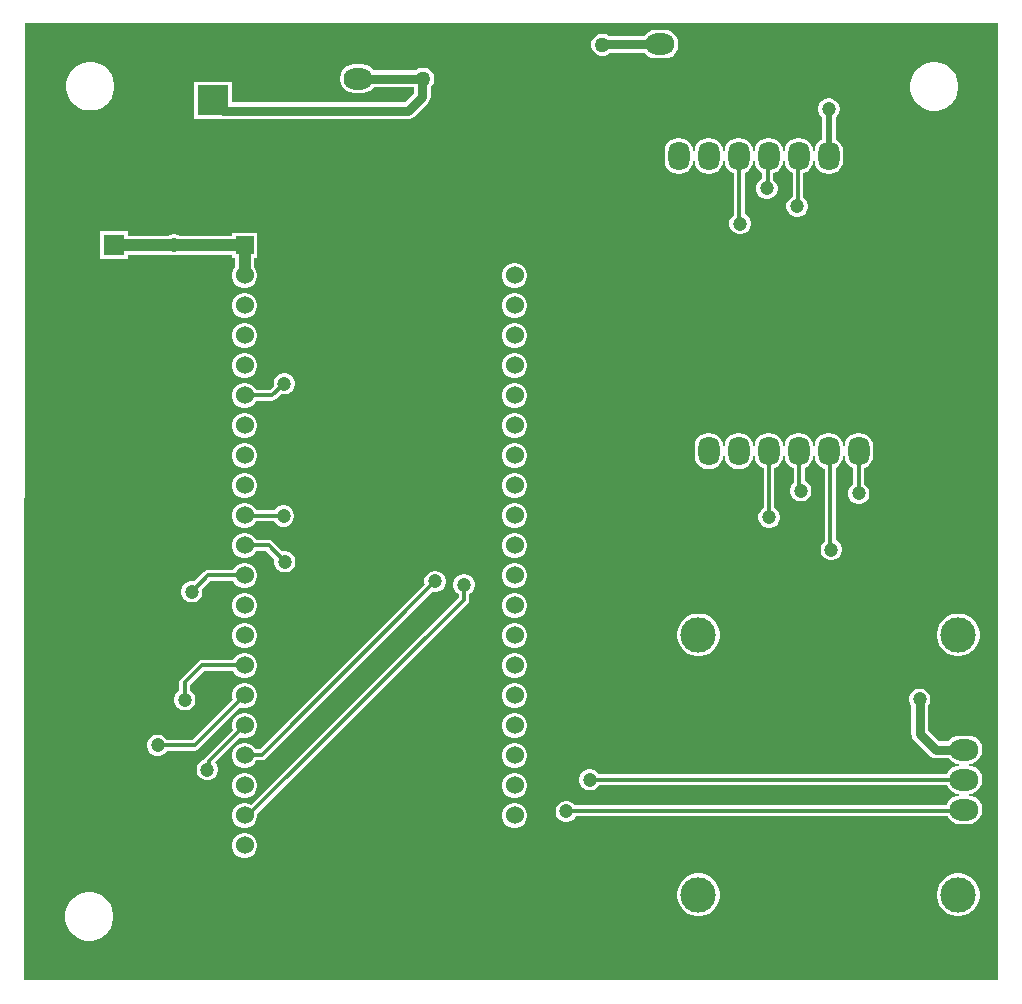
<source format=gbl>
G04*
G04 #@! TF.GenerationSoftware,Altium Limited,Altium Designer,22.3.1 (43)*
G04*
G04 Layer_Physical_Order=2*
G04 Layer_Color=16711680*
%FSLAX43Y43*%
%MOMM*%
G71*
G04*
G04 #@! TF.SameCoordinates,41D4DEE2-B45B-4D41-A9CB-04150D2C2734*
G04*
G04*
G04 #@! TF.FilePolarity,Positive*
G04*
G01*
G75*
%ADD13C,0.300*%
%ADD14C,0.800*%
%ADD15C,0.500*%
%ADD16C,1.000*%
G04:AMPARAMS|DCode=17|XSize=1.8mm|YSize=2mm|CornerRadius=0.45mm|HoleSize=0mm|Usage=FLASHONLY|Rotation=180.000|XOffset=0mm|YOffset=0mm|HoleType=Round|Shape=RoundedRectangle|*
%AMROUNDEDRECTD17*
21,1,1.800,1.100,0,0,180.0*
21,1,0.900,2.000,0,0,180.0*
1,1,0.900,-0.450,0.550*
1,1,0.900,0.450,0.550*
1,1,0.900,0.450,-0.550*
1,1,0.900,-0.450,-0.550*
%
%ADD17ROUNDEDRECTD17*%
%ADD18R,1.800X1.800*%
%ADD19C,3.000*%
G04:AMPARAMS|DCode=20|XSize=1.8mm|YSize=2.4mm|CornerRadius=0.81mm|HoleSize=0mm|Usage=FLASHONLY|Rotation=270.000|XOffset=0mm|YOffset=0mm|HoleType=Round|Shape=RoundedRectangle|*
%AMROUNDEDRECTD20*
21,1,1.800,0.780,0,0,270.0*
21,1,0.180,2.400,0,0,270.0*
1,1,1.620,-0.390,-0.090*
1,1,1.620,-0.390,0.090*
1,1,1.620,0.390,0.090*
1,1,1.620,0.390,-0.090*
%
%ADD20ROUNDEDRECTD20*%
%ADD21R,2.000X2.000*%
%ADD22R,2.600X2.600*%
%ADD23O,2.800X2.600*%
%ADD24C,1.530*%
%ADD25R,1.530X1.530*%
G04:AMPARAMS|DCode=26|XSize=1.8mm|YSize=2.4mm|CornerRadius=0.81mm|HoleSize=0mm|Usage=FLASHONLY|Rotation=180.000|XOffset=0mm|YOffset=0mm|HoleType=Round|Shape=RoundedRectangle|*
%AMROUNDEDRECTD26*
21,1,1.800,0.780,0,0,180.0*
21,1,0.180,2.400,0,0,180.0*
1,1,1.620,-0.090,0.390*
1,1,1.620,0.090,0.390*
1,1,1.620,0.090,-0.390*
1,1,1.620,-0.090,-0.390*
%
%ADD26ROUNDEDRECTD26*%
%ADD27R,2.000X2.000*%
%ADD28C,1.200*%
%ADD29C,1.270*%
G36*
X82425Y60D02*
X82400Y50D01*
X115D01*
X25Y140D01*
X50Y81040D01*
X75Y81050D01*
X82425D01*
Y60D01*
D02*
G37*
%LPC*%
G36*
X54265Y80500D02*
X53485D01*
X53195Y80461D01*
X52925Y80350D01*
X52693Y80172D01*
X52559Y79996D01*
X49551D01*
X49549Y79998D01*
X49336Y80121D01*
X49098Y80185D01*
X48852D01*
X48614Y80121D01*
X48401Y79998D01*
X48227Y79824D01*
X48104Y79611D01*
X48040Y79373D01*
Y79127D01*
X48104Y78889D01*
X48227Y78676D01*
X48401Y78502D01*
X48614Y78379D01*
X48852Y78315D01*
X49098D01*
X49336Y78379D01*
X49549Y78502D01*
X49631Y78584D01*
X52559D01*
X52693Y78408D01*
X52925Y78230D01*
X53195Y78119D01*
X53485Y78080D01*
X54265D01*
X54555Y78119D01*
X54825Y78230D01*
X55057Y78408D01*
X55235Y78640D01*
X55346Y78910D01*
X55385Y79200D01*
Y79380D01*
X55346Y79670D01*
X55235Y79940D01*
X55057Y80172D01*
X54825Y80350D01*
X54555Y80461D01*
X54265Y80500D01*
D02*
G37*
G36*
X28690Y77585D02*
X27910D01*
X27620Y77546D01*
X27350Y77435D01*
X27118Y77257D01*
X26940Y77025D01*
X26829Y76755D01*
X26790Y76465D01*
Y76285D01*
X26829Y75995D01*
X26940Y75725D01*
X27118Y75493D01*
X27350Y75315D01*
X27620Y75204D01*
X27910Y75165D01*
X28690D01*
X28980Y75204D01*
X29250Y75315D01*
X29482Y75493D01*
X29616Y75669D01*
X33004D01*
Y75128D01*
X32233Y74356D01*
X27678D01*
X27600Y74366D01*
X17575D01*
Y76125D01*
X14375D01*
Y72925D01*
X17575D01*
Y72954D01*
X27533D01*
X27610Y72944D01*
X32525D01*
X32708Y72968D01*
X32878Y73039D01*
X33024Y73151D01*
X34209Y74336D01*
X34322Y74482D01*
X34392Y74652D01*
X34416Y74835D01*
Y75669D01*
X34548Y75801D01*
X34671Y76014D01*
X34735Y76252D01*
Y76498D01*
X34671Y76736D01*
X34548Y76949D01*
X34374Y77123D01*
X34161Y77246D01*
X33923Y77310D01*
X33677D01*
X33439Y77246D01*
X33226Y77123D01*
X33184Y77081D01*
X29616D01*
X29482Y77257D01*
X29250Y77435D01*
X28980Y77546D01*
X28690Y77585D01*
D02*
G37*
G36*
X5802Y77775D02*
X5398D01*
X5002Y77696D01*
X4629Y77542D01*
X4293Y77317D01*
X4008Y77032D01*
X3783Y76696D01*
X3629Y76323D01*
X3550Y75927D01*
Y75523D01*
X3629Y75127D01*
X3783Y74754D01*
X4008Y74418D01*
X4293Y74133D01*
X4629Y73908D01*
X5002Y73754D01*
X5398Y73675D01*
X5802D01*
X6198Y73754D01*
X6571Y73908D01*
X6907Y74133D01*
X7192Y74418D01*
X7417Y74754D01*
X7571Y75127D01*
X7650Y75523D01*
Y75927D01*
X7571Y76323D01*
X7417Y76696D01*
X7192Y77032D01*
X6907Y77317D01*
X6571Y77542D01*
X6198Y77696D01*
X5802Y77775D01*
D02*
G37*
G36*
X77252Y77750D02*
X76848D01*
X76452Y77671D01*
X76079Y77517D01*
X75743Y77292D01*
X75458Y77007D01*
X75233Y76671D01*
X75079Y76298D01*
X75000Y75902D01*
Y75498D01*
X75079Y75102D01*
X75233Y74729D01*
X75458Y74393D01*
X75743Y74108D01*
X76079Y73883D01*
X76452Y73729D01*
X76848Y73650D01*
X77252D01*
X77648Y73729D01*
X78021Y73883D01*
X78357Y74108D01*
X78642Y74393D01*
X78867Y74729D01*
X79021Y75102D01*
X79100Y75498D01*
Y75902D01*
X79021Y76298D01*
X78867Y76671D01*
X78642Y77007D01*
X78357Y77292D01*
X78021Y77517D01*
X77648Y77671D01*
X77252Y77750D01*
D02*
G37*
G36*
X68268Y74700D02*
X68032D01*
X67803Y74639D01*
X67597Y74520D01*
X67430Y74353D01*
X67311Y74147D01*
X67250Y73918D01*
Y73682D01*
X67311Y73453D01*
X67430Y73247D01*
X67584Y73093D01*
Y71224D01*
X67490Y71185D01*
X67258Y71007D01*
X67080Y70775D01*
X66969Y70505D01*
X66934Y70243D01*
X66806D01*
X66771Y70505D01*
X66660Y70775D01*
X66482Y71007D01*
X66250Y71185D01*
X65980Y71296D01*
X65690Y71335D01*
X65510D01*
X65220Y71296D01*
X64950Y71185D01*
X64718Y71007D01*
X64540Y70775D01*
X64429Y70505D01*
X64394Y70243D01*
X64266D01*
X64231Y70505D01*
X64120Y70775D01*
X63942Y71007D01*
X63710Y71185D01*
X63440Y71296D01*
X63150Y71335D01*
X62970D01*
X62680Y71296D01*
X62410Y71185D01*
X62178Y71007D01*
X62000Y70775D01*
X61889Y70505D01*
X61854Y70243D01*
X61726D01*
X61691Y70505D01*
X61580Y70775D01*
X61402Y71007D01*
X61170Y71185D01*
X60900Y71296D01*
X60610Y71335D01*
X60430D01*
X60140Y71296D01*
X59870Y71185D01*
X59638Y71007D01*
X59460Y70775D01*
X59349Y70505D01*
X59314Y70243D01*
X59186D01*
X59151Y70505D01*
X59040Y70775D01*
X58862Y71007D01*
X58630Y71185D01*
X58360Y71296D01*
X58070Y71335D01*
X57890D01*
X57600Y71296D01*
X57330Y71185D01*
X57098Y71007D01*
X56920Y70775D01*
X56809Y70505D01*
X56774Y70243D01*
X56646D01*
X56611Y70505D01*
X56500Y70775D01*
X56322Y71007D01*
X56090Y71185D01*
X55820Y71296D01*
X55530Y71335D01*
X55350D01*
X55060Y71296D01*
X54790Y71185D01*
X54558Y71007D01*
X54380Y70775D01*
X54269Y70505D01*
X54230Y70215D01*
Y69435D01*
X54269Y69145D01*
X54380Y68875D01*
X54558Y68643D01*
X54790Y68465D01*
X55060Y68354D01*
X55350Y68315D01*
X55530D01*
X55820Y68354D01*
X56090Y68465D01*
X56322Y68643D01*
X56500Y68875D01*
X56611Y69145D01*
X56646Y69407D01*
X56774D01*
X56809Y69145D01*
X56920Y68875D01*
X57098Y68643D01*
X57330Y68465D01*
X57600Y68354D01*
X57890Y68315D01*
X58070D01*
X58360Y68354D01*
X58630Y68465D01*
X58862Y68643D01*
X59040Y68875D01*
X59151Y69145D01*
X59186Y69407D01*
X59314D01*
X59349Y69145D01*
X59460Y68875D01*
X59638Y68643D01*
X59870Y68465D01*
X60089Y68375D01*
Y64830D01*
X60072Y64820D01*
X59905Y64653D01*
X59786Y64447D01*
X59725Y64218D01*
Y63982D01*
X59786Y63753D01*
X59905Y63547D01*
X60072Y63380D01*
X60278Y63261D01*
X60507Y63200D01*
X60743D01*
X60972Y63261D01*
X61178Y63380D01*
X61345Y63547D01*
X61464Y63753D01*
X61525Y63982D01*
Y64218D01*
X61464Y64447D01*
X61345Y64653D01*
X61178Y64820D01*
X61006Y64919D01*
Y68398D01*
X61170Y68465D01*
X61402Y68643D01*
X61580Y68875D01*
X61691Y69145D01*
X61726Y69407D01*
X61854D01*
X61889Y69145D01*
X62000Y68875D01*
X62178Y68643D01*
X62410Y68465D01*
X62521Y68419D01*
Y67896D01*
X62347Y67795D01*
X62180Y67628D01*
X62061Y67422D01*
X62000Y67193D01*
Y66957D01*
X62061Y66728D01*
X62180Y66522D01*
X62347Y66355D01*
X62553Y66236D01*
X62782Y66175D01*
X63018D01*
X63247Y66236D01*
X63453Y66355D01*
X63620Y66522D01*
X63739Y66728D01*
X63800Y66957D01*
Y67193D01*
X63739Y67422D01*
X63620Y67628D01*
X63453Y67795D01*
X63439Y67803D01*
Y68353D01*
X63440Y68354D01*
X63710Y68465D01*
X63942Y68643D01*
X64120Y68875D01*
X64231Y69145D01*
X64266Y69407D01*
X64394D01*
X64429Y69145D01*
X64540Y68875D01*
X64718Y68643D01*
X64950Y68465D01*
X65066Y68417D01*
Y66393D01*
X64897Y66295D01*
X64730Y66128D01*
X64611Y65922D01*
X64550Y65693D01*
Y65457D01*
X64611Y65228D01*
X64730Y65022D01*
X64897Y64855D01*
X65103Y64736D01*
X65332Y64675D01*
X65568D01*
X65797Y64736D01*
X66003Y64855D01*
X66170Y65022D01*
X66289Y65228D01*
X66350Y65457D01*
Y65693D01*
X66289Y65922D01*
X66170Y66128D01*
X66003Y66295D01*
X65984Y66306D01*
Y68355D01*
X66250Y68465D01*
X66482Y68643D01*
X66660Y68875D01*
X66771Y69145D01*
X66806Y69407D01*
X66934D01*
X66969Y69145D01*
X67080Y68875D01*
X67258Y68643D01*
X67490Y68465D01*
X67760Y68354D01*
X68050Y68315D01*
X68230D01*
X68520Y68354D01*
X68790Y68465D01*
X69022Y68643D01*
X69200Y68875D01*
X69311Y69145D01*
X69350Y69435D01*
Y70215D01*
X69311Y70505D01*
X69200Y70775D01*
X69022Y71007D01*
X68790Y71185D01*
X68706Y71219D01*
Y73083D01*
X68870Y73247D01*
X68989Y73453D01*
X69050Y73682D01*
Y73918D01*
X68989Y74147D01*
X68870Y74353D01*
X68703Y74520D01*
X68497Y74639D01*
X68268Y74700D01*
D02*
G37*
G36*
X41670Y60770D02*
X41390D01*
X41119Y60697D01*
X40876Y60557D01*
X40678Y60359D01*
X40538Y60116D01*
X40465Y59845D01*
Y59565D01*
X40538Y59294D01*
X40678Y59051D01*
X40876Y58853D01*
X41119Y58713D01*
X41390Y58640D01*
X41670D01*
X41941Y58713D01*
X42184Y58853D01*
X42382Y59051D01*
X42522Y59294D01*
X42595Y59565D01*
Y59845D01*
X42522Y60116D01*
X42382Y60359D01*
X42184Y60557D01*
X41941Y60697D01*
X41670Y60770D01*
D02*
G37*
G36*
X8800Y63475D02*
X6400D01*
Y61075D01*
X8800D01*
Y61468D01*
X12421D01*
X12582Y61425D01*
X12818D01*
X12979Y61468D01*
X17605D01*
Y61180D01*
X17863D01*
Y60404D01*
X17818Y60359D01*
X17678Y60116D01*
X17605Y59845D01*
Y59565D01*
X17678Y59294D01*
X17818Y59051D01*
X18016Y58853D01*
X18259Y58713D01*
X18530Y58640D01*
X18810D01*
X19081Y58713D01*
X19324Y58853D01*
X19522Y59051D01*
X19662Y59294D01*
X19735Y59565D01*
Y59845D01*
X19662Y60116D01*
X19522Y60359D01*
X19477Y60404D01*
Y61180D01*
X19735D01*
Y63310D01*
X17605D01*
Y63082D01*
X13189D01*
X13047Y63164D01*
X12818Y63225D01*
X12582D01*
X12353Y63164D01*
X12211Y63082D01*
X8800D01*
Y63475D01*
D02*
G37*
G36*
X41670Y58230D02*
X41390D01*
X41119Y58157D01*
X40876Y58017D01*
X40678Y57819D01*
X40538Y57576D01*
X40465Y57305D01*
Y57025D01*
X40538Y56754D01*
X40678Y56511D01*
X40876Y56313D01*
X41119Y56173D01*
X41390Y56100D01*
X41670D01*
X41941Y56173D01*
X42184Y56313D01*
X42382Y56511D01*
X42522Y56754D01*
X42595Y57025D01*
Y57305D01*
X42522Y57576D01*
X42382Y57819D01*
X42184Y58017D01*
X41941Y58157D01*
X41670Y58230D01*
D02*
G37*
G36*
X18810D02*
X18530D01*
X18259Y58157D01*
X18016Y58017D01*
X17818Y57819D01*
X17678Y57576D01*
X17605Y57305D01*
Y57025D01*
X17678Y56754D01*
X17818Y56511D01*
X18016Y56313D01*
X18259Y56173D01*
X18530Y56100D01*
X18810D01*
X19081Y56173D01*
X19324Y56313D01*
X19522Y56511D01*
X19662Y56754D01*
X19735Y57025D01*
Y57305D01*
X19662Y57576D01*
X19522Y57819D01*
X19324Y58017D01*
X19081Y58157D01*
X18810Y58230D01*
D02*
G37*
G36*
X41670Y55690D02*
X41390D01*
X41119Y55617D01*
X40876Y55477D01*
X40678Y55279D01*
X40538Y55036D01*
X40465Y54765D01*
Y54485D01*
X40538Y54214D01*
X40678Y53971D01*
X40876Y53773D01*
X41119Y53633D01*
X41390Y53560D01*
X41670D01*
X41941Y53633D01*
X42184Y53773D01*
X42382Y53971D01*
X42522Y54214D01*
X42595Y54485D01*
Y54765D01*
X42522Y55036D01*
X42382Y55279D01*
X42184Y55477D01*
X41941Y55617D01*
X41670Y55690D01*
D02*
G37*
G36*
X18810D02*
X18530D01*
X18259Y55617D01*
X18016Y55477D01*
X17818Y55279D01*
X17678Y55036D01*
X17605Y54765D01*
Y54485D01*
X17678Y54214D01*
X17818Y53971D01*
X18016Y53773D01*
X18259Y53633D01*
X18530Y53560D01*
X18810D01*
X19081Y53633D01*
X19324Y53773D01*
X19522Y53971D01*
X19662Y54214D01*
X19735Y54485D01*
Y54765D01*
X19662Y55036D01*
X19522Y55279D01*
X19324Y55477D01*
X19081Y55617D01*
X18810Y55690D01*
D02*
G37*
G36*
X41670Y53150D02*
X41390D01*
X41119Y53077D01*
X40876Y52937D01*
X40678Y52739D01*
X40538Y52496D01*
X40465Y52225D01*
Y51945D01*
X40538Y51674D01*
X40678Y51431D01*
X40876Y51233D01*
X41119Y51093D01*
X41390Y51020D01*
X41670D01*
X41941Y51093D01*
X42184Y51233D01*
X42382Y51431D01*
X42522Y51674D01*
X42595Y51945D01*
Y52225D01*
X42522Y52496D01*
X42382Y52739D01*
X42184Y52937D01*
X41941Y53077D01*
X41670Y53150D01*
D02*
G37*
G36*
X18810D02*
X18530D01*
X18259Y53077D01*
X18016Y52937D01*
X17818Y52739D01*
X17678Y52496D01*
X17605Y52225D01*
Y51945D01*
X17678Y51674D01*
X17818Y51431D01*
X18016Y51233D01*
X18259Y51093D01*
X18530Y51020D01*
X18810D01*
X19081Y51093D01*
X19324Y51233D01*
X19522Y51431D01*
X19662Y51674D01*
X19735Y51945D01*
Y52225D01*
X19662Y52496D01*
X19522Y52739D01*
X19324Y52937D01*
X19081Y53077D01*
X18810Y53150D01*
D02*
G37*
G36*
X22143Y51450D02*
X21907D01*
X21678Y51389D01*
X21472Y51270D01*
X21305Y51103D01*
X21186Y50897D01*
X21125Y50668D01*
Y50432D01*
X21153Y50327D01*
X20830Y50004D01*
X19635D01*
X19522Y50199D01*
X19324Y50397D01*
X19081Y50537D01*
X18810Y50610D01*
X18530D01*
X18259Y50537D01*
X18016Y50397D01*
X17818Y50199D01*
X17678Y49956D01*
X17605Y49685D01*
Y49405D01*
X17678Y49134D01*
X17818Y48891D01*
X18016Y48693D01*
X18259Y48553D01*
X18530Y48480D01*
X18810D01*
X19081Y48553D01*
X19324Y48693D01*
X19522Y48891D01*
X19635Y49086D01*
X21020D01*
X21196Y49121D01*
X21344Y49221D01*
X21802Y49678D01*
X21907Y49650D01*
X22143D01*
X22372Y49711D01*
X22578Y49830D01*
X22745Y49997D01*
X22864Y50203D01*
X22925Y50432D01*
Y50668D01*
X22864Y50897D01*
X22745Y51103D01*
X22578Y51270D01*
X22372Y51389D01*
X22143Y51450D01*
D02*
G37*
G36*
X41670Y50610D02*
X41390D01*
X41119Y50537D01*
X40876Y50397D01*
X40678Y50199D01*
X40538Y49956D01*
X40465Y49685D01*
Y49405D01*
X40538Y49134D01*
X40678Y48891D01*
X40876Y48693D01*
X41119Y48553D01*
X41390Y48480D01*
X41670D01*
X41941Y48553D01*
X42184Y48693D01*
X42382Y48891D01*
X42522Y49134D01*
X42595Y49405D01*
Y49685D01*
X42522Y49956D01*
X42382Y50199D01*
X42184Y50397D01*
X41941Y50537D01*
X41670Y50610D01*
D02*
G37*
G36*
Y48070D02*
X41390D01*
X41119Y47997D01*
X40876Y47857D01*
X40678Y47659D01*
X40538Y47416D01*
X40465Y47145D01*
Y46865D01*
X40538Y46594D01*
X40678Y46351D01*
X40876Y46153D01*
X41119Y46013D01*
X41390Y45940D01*
X41670D01*
X41941Y46013D01*
X42184Y46153D01*
X42382Y46351D01*
X42522Y46594D01*
X42595Y46865D01*
Y47145D01*
X42522Y47416D01*
X42382Y47659D01*
X42184Y47857D01*
X41941Y47997D01*
X41670Y48070D01*
D02*
G37*
G36*
X18810D02*
X18530D01*
X18259Y47997D01*
X18016Y47857D01*
X17818Y47659D01*
X17678Y47416D01*
X17605Y47145D01*
Y46865D01*
X17678Y46594D01*
X17818Y46351D01*
X18016Y46153D01*
X18259Y46013D01*
X18530Y45940D01*
X18810D01*
X19081Y46013D01*
X19324Y46153D01*
X19522Y46351D01*
X19662Y46594D01*
X19735Y46865D01*
Y47145D01*
X19662Y47416D01*
X19522Y47659D01*
X19324Y47857D01*
X19081Y47997D01*
X18810Y48070D01*
D02*
G37*
G36*
X70770Y46335D02*
X70590D01*
X70300Y46296D01*
X70030Y46185D01*
X69798Y46007D01*
X69620Y45775D01*
X69509Y45505D01*
X69474Y45243D01*
X69346D01*
X69311Y45505D01*
X69200Y45775D01*
X69022Y46007D01*
X68790Y46185D01*
X68520Y46296D01*
X68230Y46335D01*
X68050D01*
X67760Y46296D01*
X67490Y46185D01*
X67258Y46007D01*
X67080Y45775D01*
X66969Y45505D01*
X66934Y45243D01*
X66806D01*
X66771Y45505D01*
X66660Y45775D01*
X66482Y46007D01*
X66250Y46185D01*
X65980Y46296D01*
X65690Y46335D01*
X65510D01*
X65220Y46296D01*
X64950Y46185D01*
X64718Y46007D01*
X64540Y45775D01*
X64429Y45505D01*
X64394Y45243D01*
X64266D01*
X64231Y45505D01*
X64120Y45775D01*
X63942Y46007D01*
X63710Y46185D01*
X63440Y46296D01*
X63150Y46335D01*
X62970D01*
X62680Y46296D01*
X62410Y46185D01*
X62178Y46007D01*
X62000Y45775D01*
X61889Y45505D01*
X61854Y45243D01*
X61726D01*
X61691Y45505D01*
X61580Y45775D01*
X61402Y46007D01*
X61170Y46185D01*
X60900Y46296D01*
X60610Y46335D01*
X60430D01*
X60140Y46296D01*
X59870Y46185D01*
X59638Y46007D01*
X59460Y45775D01*
X59349Y45505D01*
X59314Y45243D01*
X59186D01*
X59151Y45505D01*
X59040Y45775D01*
X58862Y46007D01*
X58630Y46185D01*
X58360Y46296D01*
X58070Y46335D01*
X57890D01*
X57600Y46296D01*
X57330Y46185D01*
X57098Y46007D01*
X56920Y45775D01*
X56809Y45505D01*
X56770Y45215D01*
Y44435D01*
X56809Y44145D01*
X56920Y43875D01*
X57098Y43643D01*
X57330Y43465D01*
X57600Y43354D01*
X57890Y43315D01*
X58070D01*
X58360Y43354D01*
X58630Y43465D01*
X58862Y43643D01*
X59040Y43875D01*
X59151Y44145D01*
X59186Y44407D01*
X59314D01*
X59349Y44145D01*
X59460Y43875D01*
X59638Y43643D01*
X59870Y43465D01*
X60140Y43354D01*
X60430Y43315D01*
X60610D01*
X60900Y43354D01*
X61170Y43465D01*
X61402Y43643D01*
X61580Y43875D01*
X61691Y44145D01*
X61726Y44407D01*
X61854D01*
X61889Y44145D01*
X62000Y43875D01*
X62178Y43643D01*
X62410Y43465D01*
X62609Y43383D01*
Y39995D01*
X62522Y39945D01*
X62355Y39778D01*
X62236Y39572D01*
X62175Y39343D01*
Y39107D01*
X62236Y38878D01*
X62355Y38672D01*
X62522Y38505D01*
X62728Y38386D01*
X62957Y38325D01*
X63193D01*
X63422Y38386D01*
X63628Y38505D01*
X63795Y38672D01*
X63914Y38878D01*
X63975Y39107D01*
Y39343D01*
X63914Y39572D01*
X63795Y39778D01*
X63628Y39945D01*
X63526Y40004D01*
Y43389D01*
X63710Y43465D01*
X63942Y43643D01*
X64120Y43875D01*
X64231Y44145D01*
X64266Y44407D01*
X64394D01*
X64429Y44145D01*
X64540Y43875D01*
X64718Y43643D01*
X64950Y43465D01*
X65166Y43376D01*
Y42164D01*
X65030Y42028D01*
X64911Y41822D01*
X64850Y41593D01*
Y41357D01*
X64911Y41128D01*
X65030Y40922D01*
X65197Y40755D01*
X65403Y40636D01*
X65632Y40575D01*
X65868D01*
X66097Y40636D01*
X66303Y40755D01*
X66470Y40922D01*
X66589Y41128D01*
X66650Y41357D01*
Y41593D01*
X66589Y41822D01*
X66470Y42028D01*
X66303Y42195D01*
X66097Y42314D01*
X66084Y42317D01*
Y43397D01*
X66250Y43465D01*
X66482Y43643D01*
X66660Y43875D01*
X66771Y44145D01*
X66806Y44407D01*
X66934D01*
X66969Y44145D01*
X67080Y43875D01*
X67258Y43643D01*
X67490Y43465D01*
X67760Y43354D01*
X67786Y43350D01*
Y37209D01*
X67630Y37053D01*
X67511Y36847D01*
X67450Y36618D01*
Y36382D01*
X67511Y36153D01*
X67630Y35947D01*
X67797Y35780D01*
X68003Y35661D01*
X68232Y35600D01*
X68468D01*
X68697Y35661D01*
X68903Y35780D01*
X69070Y35947D01*
X69189Y36153D01*
X69250Y36382D01*
Y36618D01*
X69189Y36847D01*
X69070Y37053D01*
X68903Y37220D01*
X68704Y37335D01*
Y43430D01*
X68790Y43465D01*
X69022Y43643D01*
X69200Y43875D01*
X69311Y44145D01*
X69346Y44407D01*
X69474D01*
X69509Y44145D01*
X69620Y43875D01*
X69798Y43643D01*
X70030Y43465D01*
X70221Y43386D01*
Y42024D01*
X70127Y41970D01*
X69960Y41803D01*
X69841Y41597D01*
X69780Y41368D01*
Y41132D01*
X69841Y40903D01*
X69960Y40697D01*
X70127Y40530D01*
X70333Y40411D01*
X70562Y40350D01*
X70798D01*
X71027Y40411D01*
X71233Y40530D01*
X71400Y40697D01*
X71519Y40903D01*
X71580Y41132D01*
Y41368D01*
X71519Y41597D01*
X71400Y41803D01*
X71233Y41970D01*
X71139Y42024D01*
Y43386D01*
X71330Y43465D01*
X71562Y43643D01*
X71740Y43875D01*
X71851Y44145D01*
X71890Y44435D01*
Y45215D01*
X71851Y45505D01*
X71740Y45775D01*
X71562Y46007D01*
X71330Y46185D01*
X71060Y46296D01*
X70770Y46335D01*
D02*
G37*
G36*
X41670Y45530D02*
X41390D01*
X41119Y45457D01*
X40876Y45317D01*
X40678Y45119D01*
X40538Y44876D01*
X40465Y44605D01*
Y44325D01*
X40538Y44054D01*
X40678Y43811D01*
X40876Y43613D01*
X41119Y43473D01*
X41390Y43400D01*
X41670D01*
X41941Y43473D01*
X42184Y43613D01*
X42382Y43811D01*
X42522Y44054D01*
X42595Y44325D01*
Y44605D01*
X42522Y44876D01*
X42382Y45119D01*
X42184Y45317D01*
X41941Y45457D01*
X41670Y45530D01*
D02*
G37*
G36*
X18810D02*
X18530D01*
X18259Y45457D01*
X18016Y45317D01*
X17818Y45119D01*
X17678Y44876D01*
X17605Y44605D01*
Y44325D01*
X17678Y44054D01*
X17818Y43811D01*
X18016Y43613D01*
X18259Y43473D01*
X18530Y43400D01*
X18810D01*
X19081Y43473D01*
X19324Y43613D01*
X19522Y43811D01*
X19662Y44054D01*
X19735Y44325D01*
Y44605D01*
X19662Y44876D01*
X19522Y45119D01*
X19324Y45317D01*
X19081Y45457D01*
X18810Y45530D01*
D02*
G37*
G36*
X41670Y42990D02*
X41390D01*
X41119Y42917D01*
X40876Y42777D01*
X40678Y42579D01*
X40538Y42336D01*
X40465Y42065D01*
Y41785D01*
X40538Y41514D01*
X40678Y41271D01*
X40876Y41073D01*
X41119Y40933D01*
X41390Y40860D01*
X41670D01*
X41941Y40933D01*
X42184Y41073D01*
X42382Y41271D01*
X42522Y41514D01*
X42595Y41785D01*
Y42065D01*
X42522Y42336D01*
X42382Y42579D01*
X42184Y42777D01*
X41941Y42917D01*
X41670Y42990D01*
D02*
G37*
G36*
X18810D02*
X18530D01*
X18259Y42917D01*
X18016Y42777D01*
X17818Y42579D01*
X17678Y42336D01*
X17605Y42065D01*
Y41785D01*
X17678Y41514D01*
X17818Y41271D01*
X18016Y41073D01*
X18259Y40933D01*
X18530Y40860D01*
X18810D01*
X19081Y40933D01*
X19324Y41073D01*
X19522Y41271D01*
X19662Y41514D01*
X19735Y41785D01*
Y42065D01*
X19662Y42336D01*
X19522Y42579D01*
X19324Y42777D01*
X19081Y42917D01*
X18810Y42990D01*
D02*
G37*
G36*
Y40450D02*
X18530D01*
X18259Y40377D01*
X18016Y40237D01*
X17818Y40039D01*
X17678Y39796D01*
X17605Y39525D01*
Y39245D01*
X17678Y38974D01*
X17818Y38731D01*
X18016Y38533D01*
X18259Y38393D01*
X18530Y38320D01*
X18810D01*
X19081Y38393D01*
X19324Y38533D01*
X19522Y38731D01*
X19625Y38909D01*
X21191D01*
X21255Y38797D01*
X21422Y38630D01*
X21628Y38511D01*
X21857Y38450D01*
X22093D01*
X22322Y38511D01*
X22528Y38630D01*
X22695Y38797D01*
X22814Y39003D01*
X22875Y39232D01*
Y39468D01*
X22814Y39697D01*
X22695Y39903D01*
X22528Y40070D01*
X22322Y40189D01*
X22093Y40250D01*
X21857D01*
X21628Y40189D01*
X21422Y40070D01*
X21255Y39903D01*
X21211Y39826D01*
X19645D01*
X19522Y40039D01*
X19324Y40237D01*
X19081Y40377D01*
X18810Y40450D01*
D02*
G37*
G36*
X41670D02*
X41390D01*
X41119Y40377D01*
X40876Y40237D01*
X40678Y40039D01*
X40538Y39796D01*
X40465Y39525D01*
Y39245D01*
X40538Y38974D01*
X40678Y38731D01*
X40876Y38533D01*
X41119Y38393D01*
X41390Y38320D01*
X41670D01*
X41941Y38393D01*
X42184Y38533D01*
X42382Y38731D01*
X42522Y38974D01*
X42595Y39245D01*
Y39525D01*
X42522Y39796D01*
X42382Y40039D01*
X42184Y40237D01*
X41941Y40377D01*
X41670Y40450D01*
D02*
G37*
G36*
Y37910D02*
X41390D01*
X41119Y37837D01*
X40876Y37697D01*
X40678Y37499D01*
X40538Y37256D01*
X40465Y36985D01*
Y36705D01*
X40538Y36434D01*
X40678Y36191D01*
X40876Y35993D01*
X41119Y35853D01*
X41390Y35780D01*
X41670D01*
X41941Y35853D01*
X42184Y35993D01*
X42382Y36191D01*
X42522Y36434D01*
X42595Y36705D01*
Y36985D01*
X42522Y37256D01*
X42382Y37499D01*
X42184Y37697D01*
X41941Y37837D01*
X41670Y37910D01*
D02*
G37*
G36*
X18810D02*
X18530D01*
X18259Y37837D01*
X18016Y37697D01*
X17818Y37499D01*
X17678Y37256D01*
X17605Y36985D01*
Y36705D01*
X17678Y36434D01*
X17818Y36191D01*
X18016Y35993D01*
X18259Y35853D01*
X18530Y35780D01*
X18810D01*
X19081Y35853D01*
X19324Y35993D01*
X19522Y36191D01*
X19635Y36386D01*
X20515D01*
X21203Y35698D01*
X21175Y35593D01*
Y35357D01*
X21236Y35128D01*
X21355Y34922D01*
X21522Y34755D01*
X21728Y34636D01*
X21957Y34575D01*
X22193D01*
X22422Y34636D01*
X22628Y34755D01*
X22795Y34922D01*
X22914Y35128D01*
X22975Y35357D01*
Y35593D01*
X22914Y35822D01*
X22795Y36028D01*
X22628Y36195D01*
X22422Y36314D01*
X22193Y36375D01*
X21957D01*
X21852Y36347D01*
X21029Y37169D01*
X20881Y37269D01*
X20705Y37304D01*
X19635D01*
X19522Y37499D01*
X19324Y37697D01*
X19081Y37837D01*
X18810Y37910D01*
D02*
G37*
G36*
X41670Y35370D02*
X41390D01*
X41119Y35297D01*
X40876Y35157D01*
X40678Y34959D01*
X40538Y34716D01*
X40465Y34445D01*
Y34165D01*
X40538Y33894D01*
X40678Y33651D01*
X40876Y33453D01*
X41119Y33313D01*
X41390Y33240D01*
X41670D01*
X41941Y33313D01*
X42184Y33453D01*
X42382Y33651D01*
X42522Y33894D01*
X42595Y34165D01*
Y34445D01*
X42522Y34716D01*
X42382Y34959D01*
X42184Y35157D01*
X41941Y35297D01*
X41670Y35370D01*
D02*
G37*
G36*
X18810D02*
X18530D01*
X18259Y35297D01*
X18016Y35157D01*
X17818Y34959D01*
X17705Y34764D01*
X15580D01*
X15404Y34729D01*
X15256Y34629D01*
X14423Y33797D01*
X14318Y33825D01*
X14082D01*
X13853Y33764D01*
X13647Y33645D01*
X13480Y33478D01*
X13361Y33272D01*
X13300Y33043D01*
Y32807D01*
X13361Y32578D01*
X13480Y32372D01*
X13647Y32205D01*
X13853Y32086D01*
X14082Y32025D01*
X14318D01*
X14547Y32086D01*
X14753Y32205D01*
X14920Y32372D01*
X15039Y32578D01*
X15100Y32807D01*
Y33043D01*
X15072Y33148D01*
X15770Y33846D01*
X17705D01*
X17818Y33651D01*
X18016Y33453D01*
X18259Y33313D01*
X18530Y33240D01*
X18810D01*
X19081Y33313D01*
X19324Y33453D01*
X19522Y33651D01*
X19662Y33894D01*
X19735Y34165D01*
Y34445D01*
X19662Y34716D01*
X19522Y34959D01*
X19324Y35157D01*
X19081Y35297D01*
X18810Y35370D01*
D02*
G37*
G36*
X34918Y34700D02*
X34682D01*
X34453Y34639D01*
X34247Y34520D01*
X34080Y34353D01*
X33961Y34147D01*
X33900Y33918D01*
Y33682D01*
X33928Y33577D01*
X19938Y19587D01*
X19598D01*
X19522Y19719D01*
X19324Y19917D01*
X19081Y20057D01*
X18810Y20130D01*
X18530D01*
X18259Y20057D01*
X18016Y19917D01*
X17818Y19719D01*
X17678Y19476D01*
X17605Y19205D01*
Y18925D01*
X17678Y18654D01*
X17818Y18411D01*
X18016Y18213D01*
X18259Y18073D01*
X18530Y18000D01*
X18810D01*
X19081Y18073D01*
X19324Y18213D01*
X19522Y18411D01*
X19662Y18654D01*
X19667Y18670D01*
X20129D01*
X20304Y18705D01*
X20453Y18804D01*
X34577Y32928D01*
X34682Y32900D01*
X34918D01*
X35147Y32961D01*
X35353Y33080D01*
X35520Y33247D01*
X35639Y33453D01*
X35700Y33682D01*
Y33918D01*
X35639Y34147D01*
X35520Y34353D01*
X35353Y34520D01*
X35147Y34639D01*
X34918Y34700D01*
D02*
G37*
G36*
X41670Y32830D02*
X41390D01*
X41119Y32757D01*
X40876Y32617D01*
X40678Y32419D01*
X40538Y32176D01*
X40465Y31905D01*
Y31625D01*
X40538Y31354D01*
X40678Y31111D01*
X40876Y30913D01*
X41119Y30773D01*
X41390Y30700D01*
X41670D01*
X41941Y30773D01*
X42184Y30913D01*
X42382Y31111D01*
X42522Y31354D01*
X42595Y31625D01*
Y31905D01*
X42522Y32176D01*
X42382Y32419D01*
X42184Y32617D01*
X41941Y32757D01*
X41670Y32830D01*
D02*
G37*
G36*
X18810D02*
X18530D01*
X18259Y32757D01*
X18016Y32617D01*
X17818Y32419D01*
X17678Y32176D01*
X17605Y31905D01*
Y31625D01*
X17678Y31354D01*
X17818Y31111D01*
X18016Y30913D01*
X18259Y30773D01*
X18530Y30700D01*
X18810D01*
X19081Y30773D01*
X19324Y30913D01*
X19522Y31111D01*
X19662Y31354D01*
X19735Y31625D01*
Y31905D01*
X19662Y32176D01*
X19522Y32419D01*
X19324Y32617D01*
X19081Y32757D01*
X18810Y32830D01*
D02*
G37*
G36*
X41670Y30290D02*
X41390D01*
X41119Y30217D01*
X40876Y30077D01*
X40678Y29879D01*
X40538Y29636D01*
X40465Y29365D01*
Y29085D01*
X40538Y28814D01*
X40678Y28571D01*
X40876Y28373D01*
X41119Y28233D01*
X41390Y28160D01*
X41670D01*
X41941Y28233D01*
X42184Y28373D01*
X42382Y28571D01*
X42522Y28814D01*
X42595Y29085D01*
Y29365D01*
X42522Y29636D01*
X42382Y29879D01*
X42184Y30077D01*
X41941Y30217D01*
X41670Y30290D01*
D02*
G37*
G36*
X18810D02*
X18530D01*
X18259Y30217D01*
X18016Y30077D01*
X17818Y29879D01*
X17678Y29636D01*
X17605Y29365D01*
Y29085D01*
X17678Y28814D01*
X17818Y28571D01*
X18016Y28373D01*
X18259Y28233D01*
X18530Y28160D01*
X18810D01*
X19081Y28233D01*
X19324Y28373D01*
X19522Y28571D01*
X19662Y28814D01*
X19735Y29085D01*
Y29365D01*
X19662Y29636D01*
X19522Y29879D01*
X19324Y30077D01*
X19081Y30217D01*
X18810Y30290D01*
D02*
G37*
G36*
X79277Y31075D02*
X78923D01*
X78575Y31006D01*
X78247Y30870D01*
X77953Y30673D01*
X77702Y30422D01*
X77505Y30128D01*
X77369Y29800D01*
X77300Y29452D01*
Y29098D01*
X77369Y28750D01*
X77505Y28422D01*
X77702Y28128D01*
X77953Y27877D01*
X78247Y27680D01*
X78575Y27544D01*
X78923Y27475D01*
X79277D01*
X79625Y27544D01*
X79953Y27680D01*
X80247Y27877D01*
X80498Y28128D01*
X80695Y28422D01*
X80831Y28750D01*
X80900Y29098D01*
Y29452D01*
X80831Y29800D01*
X80695Y30128D01*
X80498Y30422D01*
X80247Y30673D01*
X79953Y30870D01*
X79625Y31006D01*
X79277Y31075D01*
D02*
G37*
G36*
X57277D02*
X56923D01*
X56575Y31006D01*
X56247Y30870D01*
X55953Y30673D01*
X55702Y30422D01*
X55505Y30128D01*
X55369Y29800D01*
X55300Y29452D01*
Y29098D01*
X55369Y28750D01*
X55505Y28422D01*
X55702Y28128D01*
X55953Y27877D01*
X56247Y27680D01*
X56575Y27544D01*
X56923Y27475D01*
X57277D01*
X57625Y27544D01*
X57953Y27680D01*
X58247Y27877D01*
X58498Y28128D01*
X58695Y28422D01*
X58831Y28750D01*
X58900Y29098D01*
Y29452D01*
X58831Y29800D01*
X58695Y30128D01*
X58498Y30422D01*
X58247Y30673D01*
X57953Y30870D01*
X57625Y31006D01*
X57277Y31075D01*
D02*
G37*
G36*
X41670Y27750D02*
X41390D01*
X41119Y27677D01*
X40876Y27537D01*
X40678Y27339D01*
X40538Y27096D01*
X40465Y26825D01*
Y26545D01*
X40538Y26274D01*
X40678Y26031D01*
X40876Y25833D01*
X41119Y25693D01*
X41390Y25620D01*
X41670D01*
X41941Y25693D01*
X42184Y25833D01*
X42382Y26031D01*
X42522Y26274D01*
X42595Y26545D01*
Y26825D01*
X42522Y27096D01*
X42382Y27339D01*
X42184Y27537D01*
X41941Y27677D01*
X41670Y27750D01*
D02*
G37*
G36*
X18810D02*
X18530D01*
X18259Y27677D01*
X18016Y27537D01*
X17818Y27339D01*
X17705Y27144D01*
X15035D01*
X14859Y27109D01*
X14711Y27009D01*
X13276Y25574D01*
X13176Y25426D01*
X13141Y25250D01*
Y24549D01*
X13047Y24495D01*
X12880Y24328D01*
X12761Y24122D01*
X12700Y23893D01*
Y23657D01*
X12761Y23428D01*
X12880Y23222D01*
X13047Y23055D01*
X13253Y22936D01*
X13482Y22875D01*
X13718D01*
X13947Y22936D01*
X14153Y23055D01*
X14320Y23222D01*
X14439Y23428D01*
X14500Y23657D01*
Y23893D01*
X14439Y24122D01*
X14320Y24328D01*
X14153Y24495D01*
X14059Y24549D01*
Y25060D01*
X15225Y26226D01*
X17705D01*
X17818Y26031D01*
X18016Y25833D01*
X18259Y25693D01*
X18530Y25620D01*
X18810D01*
X19081Y25693D01*
X19324Y25833D01*
X19522Y26031D01*
X19662Y26274D01*
X19735Y26545D01*
Y26825D01*
X19662Y27096D01*
X19522Y27339D01*
X19324Y27537D01*
X19081Y27677D01*
X18810Y27750D01*
D02*
G37*
G36*
X41670Y25210D02*
X41390D01*
X41119Y25137D01*
X40876Y24997D01*
X40678Y24799D01*
X40538Y24556D01*
X40465Y24285D01*
Y24005D01*
X40538Y23734D01*
X40678Y23491D01*
X40876Y23293D01*
X41119Y23153D01*
X41390Y23080D01*
X41670D01*
X41941Y23153D01*
X42184Y23293D01*
X42382Y23491D01*
X42522Y23734D01*
X42595Y24005D01*
Y24285D01*
X42522Y24556D01*
X42382Y24799D01*
X42184Y24997D01*
X41941Y25137D01*
X41670Y25210D01*
D02*
G37*
G36*
X18810D02*
X18530D01*
X18259Y25137D01*
X18016Y24997D01*
X17818Y24799D01*
X17678Y24556D01*
X17605Y24285D01*
Y24005D01*
X17663Y23787D01*
X14260Y20384D01*
X12074D01*
X12020Y20478D01*
X11853Y20645D01*
X11647Y20764D01*
X11418Y20825D01*
X11182D01*
X10953Y20764D01*
X10747Y20645D01*
X10580Y20478D01*
X10461Y20272D01*
X10400Y20043D01*
Y19807D01*
X10461Y19578D01*
X10580Y19372D01*
X10747Y19205D01*
X10953Y19086D01*
X11182Y19025D01*
X11418D01*
X11647Y19086D01*
X11853Y19205D01*
X12020Y19372D01*
X12074Y19466D01*
X14450D01*
X14626Y19501D01*
X14774Y19601D01*
X18312Y23138D01*
X18530Y23080D01*
X18810D01*
X19081Y23153D01*
X19324Y23293D01*
X19522Y23491D01*
X19662Y23734D01*
X19735Y24005D01*
Y24285D01*
X19662Y24556D01*
X19522Y24799D01*
X19324Y24997D01*
X19081Y25137D01*
X18810Y25210D01*
D02*
G37*
G36*
X41670Y22670D02*
X41390D01*
X41119Y22597D01*
X40876Y22457D01*
X40678Y22259D01*
X40538Y22016D01*
X40465Y21745D01*
Y21465D01*
X40538Y21194D01*
X40678Y20951D01*
X40876Y20753D01*
X41119Y20613D01*
X41390Y20540D01*
X41670D01*
X41941Y20613D01*
X42184Y20753D01*
X42382Y20951D01*
X42522Y21194D01*
X42595Y21465D01*
Y21745D01*
X42522Y22016D01*
X42382Y22259D01*
X42184Y22457D01*
X41941Y22597D01*
X41670Y22670D01*
D02*
G37*
G36*
X18810D02*
X18530D01*
X18259Y22597D01*
X18016Y22457D01*
X17818Y22259D01*
X17678Y22016D01*
X17605Y21745D01*
Y21465D01*
X17663Y21247D01*
X15373Y18957D01*
X15273Y18808D01*
X15259Y18735D01*
X15178Y18714D01*
X14972Y18595D01*
X14805Y18428D01*
X14686Y18222D01*
X14625Y17993D01*
Y17757D01*
X14686Y17528D01*
X14805Y17322D01*
X14972Y17155D01*
X15178Y17036D01*
X15407Y16975D01*
X15643D01*
X15872Y17036D01*
X16078Y17155D01*
X16245Y17322D01*
X16364Y17528D01*
X16425Y17757D01*
Y17993D01*
X16364Y18222D01*
X16245Y18428D01*
X16193Y18479D01*
X18312Y20598D01*
X18530Y20540D01*
X18810D01*
X19081Y20613D01*
X19324Y20753D01*
X19522Y20951D01*
X19662Y21194D01*
X19735Y21465D01*
Y21745D01*
X19662Y22016D01*
X19522Y22259D01*
X19324Y22457D01*
X19081Y22597D01*
X18810Y22670D01*
D02*
G37*
G36*
X41670Y20130D02*
X41390D01*
X41119Y20057D01*
X40876Y19917D01*
X40678Y19719D01*
X40538Y19476D01*
X40465Y19205D01*
Y18925D01*
X40538Y18654D01*
X40678Y18411D01*
X40876Y18213D01*
X41119Y18073D01*
X41390Y18000D01*
X41670D01*
X41941Y18073D01*
X42184Y18213D01*
X42382Y18411D01*
X42522Y18654D01*
X42595Y18925D01*
Y19205D01*
X42522Y19476D01*
X42382Y19719D01*
X42184Y19917D01*
X41941Y20057D01*
X41670Y20130D01*
D02*
G37*
G36*
X75943Y24725D02*
X75707D01*
X75478Y24664D01*
X75272Y24545D01*
X75105Y24378D01*
X74986Y24172D01*
X74925Y23943D01*
Y23707D01*
X74986Y23478D01*
X75105Y23272D01*
X75119Y23258D01*
Y20900D01*
X75143Y20717D01*
X75214Y20547D01*
X75326Y20401D01*
X76681Y19046D01*
X76827Y18934D01*
X76997Y18863D01*
X77180Y18839D01*
X78284D01*
X78418Y18663D01*
X78650Y18485D01*
X78920Y18374D01*
X79182Y18339D01*
Y18211D01*
X78920Y18176D01*
X78650Y18065D01*
X78418Y17887D01*
X78240Y17655D01*
X78161Y17464D01*
X48669D01*
X48615Y17558D01*
X48448Y17725D01*
X48242Y17844D01*
X48013Y17905D01*
X47777D01*
X47548Y17844D01*
X47342Y17725D01*
X47175Y17558D01*
X47056Y17352D01*
X46995Y17123D01*
Y16887D01*
X47056Y16658D01*
X47175Y16452D01*
X47342Y16285D01*
X47548Y16166D01*
X47777Y16105D01*
X48013D01*
X48242Y16166D01*
X48448Y16285D01*
X48615Y16452D01*
X48669Y16546D01*
X78161D01*
X78240Y16355D01*
X78418Y16123D01*
X78650Y15945D01*
X78920Y15834D01*
X79182Y15799D01*
Y15671D01*
X78920Y15636D01*
X78650Y15525D01*
X78418Y15347D01*
X78240Y15115D01*
X78132Y14854D01*
X46634D01*
X46620Y14878D01*
X46453Y15045D01*
X46247Y15164D01*
X46018Y15225D01*
X45782D01*
X45553Y15164D01*
X45347Y15045D01*
X45180Y14878D01*
X45061Y14672D01*
X45000Y14443D01*
Y14207D01*
X45061Y13978D01*
X45180Y13772D01*
X45347Y13605D01*
X45553Y13486D01*
X45782Y13425D01*
X46018D01*
X46247Y13486D01*
X46453Y13605D01*
X46620Y13772D01*
X46715Y13936D01*
X78190D01*
X78240Y13815D01*
X78418Y13583D01*
X78650Y13405D01*
X78920Y13294D01*
X79210Y13255D01*
X79990D01*
X80280Y13294D01*
X80550Y13405D01*
X80782Y13583D01*
X80960Y13815D01*
X81071Y14085D01*
X81110Y14375D01*
Y14555D01*
X81071Y14845D01*
X80960Y15115D01*
X80782Y15347D01*
X80550Y15525D01*
X80280Y15636D01*
X80018Y15671D01*
Y15799D01*
X80280Y15834D01*
X80550Y15945D01*
X80782Y16123D01*
X80960Y16355D01*
X81071Y16625D01*
X81110Y16915D01*
Y17095D01*
X81071Y17385D01*
X80960Y17655D01*
X80782Y17887D01*
X80550Y18065D01*
X80280Y18176D01*
X80018Y18211D01*
Y18339D01*
X80280Y18374D01*
X80550Y18485D01*
X80782Y18663D01*
X80960Y18895D01*
X81071Y19165D01*
X81110Y19455D01*
Y19635D01*
X81071Y19925D01*
X80960Y20195D01*
X80782Y20427D01*
X80550Y20605D01*
X80280Y20716D01*
X79990Y20755D01*
X79210D01*
X78920Y20716D01*
X78650Y20605D01*
X78418Y20427D01*
X78284Y20251D01*
X77472D01*
X76531Y21192D01*
Y23258D01*
X76545Y23272D01*
X76664Y23478D01*
X76725Y23707D01*
Y23943D01*
X76664Y24172D01*
X76545Y24378D01*
X76378Y24545D01*
X76172Y24664D01*
X75943Y24725D01*
D02*
G37*
G36*
X41670Y17590D02*
X41390D01*
X41119Y17517D01*
X40876Y17377D01*
X40678Y17179D01*
X40538Y16936D01*
X40465Y16665D01*
Y16385D01*
X40538Y16114D01*
X40678Y15871D01*
X40876Y15673D01*
X41119Y15533D01*
X41390Y15460D01*
X41670D01*
X41941Y15533D01*
X42184Y15673D01*
X42382Y15871D01*
X42522Y16114D01*
X42595Y16385D01*
Y16665D01*
X42522Y16936D01*
X42382Y17179D01*
X42184Y17377D01*
X41941Y17517D01*
X41670Y17590D01*
D02*
G37*
G36*
X18810D02*
X18530D01*
X18259Y17517D01*
X18016Y17377D01*
X17818Y17179D01*
X17678Y16936D01*
X17605Y16665D01*
Y16385D01*
X17678Y16114D01*
X17818Y15871D01*
X18016Y15673D01*
X18259Y15533D01*
X18530Y15460D01*
X18810D01*
X19081Y15533D01*
X19324Y15673D01*
X19522Y15871D01*
X19662Y16114D01*
X19735Y16385D01*
Y16665D01*
X19662Y16936D01*
X19522Y17179D01*
X19324Y17377D01*
X19081Y17517D01*
X18810Y17590D01*
D02*
G37*
G36*
X37368Y34425D02*
X37132D01*
X36903Y34364D01*
X36697Y34245D01*
X36530Y34078D01*
X36411Y33872D01*
X36350Y33643D01*
Y33407D01*
X36411Y33178D01*
X36530Y32972D01*
X36697Y32805D01*
X36791Y32751D01*
Y32440D01*
X19238Y14887D01*
X19081Y14977D01*
X18810Y15050D01*
X18530D01*
X18259Y14977D01*
X18016Y14837D01*
X17818Y14639D01*
X17678Y14396D01*
X17605Y14125D01*
Y13845D01*
X17678Y13574D01*
X17818Y13331D01*
X18016Y13133D01*
X18259Y12993D01*
X18530Y12920D01*
X18810D01*
X19081Y12993D01*
X19324Y13133D01*
X19522Y13331D01*
X19662Y13574D01*
X19735Y13845D01*
Y14086D01*
X37574Y31926D01*
X37674Y32074D01*
X37709Y32250D01*
Y32751D01*
X37803Y32805D01*
X37970Y32972D01*
X38089Y33178D01*
X38150Y33407D01*
Y33643D01*
X38089Y33872D01*
X37970Y34078D01*
X37803Y34245D01*
X37597Y34364D01*
X37368Y34425D01*
D02*
G37*
G36*
X41670Y15050D02*
X41390D01*
X41119Y14977D01*
X40876Y14837D01*
X40678Y14639D01*
X40538Y14396D01*
X40465Y14125D01*
Y13845D01*
X40538Y13574D01*
X40678Y13331D01*
X40876Y13133D01*
X41119Y12993D01*
X41390Y12920D01*
X41670D01*
X41941Y12993D01*
X42184Y13133D01*
X42382Y13331D01*
X42522Y13574D01*
X42595Y13845D01*
Y14125D01*
X42522Y14396D01*
X42382Y14639D01*
X42184Y14837D01*
X41941Y14977D01*
X41670Y15050D01*
D02*
G37*
G36*
X18810Y12510D02*
X18530D01*
X18259Y12437D01*
X18016Y12297D01*
X17818Y12099D01*
X17678Y11856D01*
X17605Y11585D01*
Y11305D01*
X17678Y11034D01*
X17818Y10791D01*
X18016Y10593D01*
X18259Y10453D01*
X18530Y10380D01*
X18810D01*
X19081Y10453D01*
X19324Y10593D01*
X19522Y10791D01*
X19662Y11034D01*
X19735Y11305D01*
Y11585D01*
X19662Y11856D01*
X19522Y12099D01*
X19324Y12297D01*
X19081Y12437D01*
X18810Y12510D01*
D02*
G37*
G36*
X79277Y9075D02*
X78923D01*
X78575Y9006D01*
X78247Y8870D01*
X77953Y8673D01*
X77702Y8422D01*
X77505Y8128D01*
X77369Y7800D01*
X77300Y7452D01*
Y7098D01*
X77369Y6750D01*
X77505Y6422D01*
X77702Y6128D01*
X77953Y5877D01*
X78247Y5680D01*
X78575Y5544D01*
X78923Y5475D01*
X79277D01*
X79625Y5544D01*
X79953Y5680D01*
X80247Y5877D01*
X80498Y6128D01*
X80695Y6422D01*
X80831Y6750D01*
X80900Y7098D01*
Y7452D01*
X80831Y7800D01*
X80695Y8128D01*
X80498Y8422D01*
X80247Y8673D01*
X79953Y8870D01*
X79625Y9006D01*
X79277Y9075D01*
D02*
G37*
G36*
X57277D02*
X56923D01*
X56575Y9006D01*
X56247Y8870D01*
X55953Y8673D01*
X55702Y8422D01*
X55505Y8128D01*
X55369Y7800D01*
X55300Y7452D01*
Y7098D01*
X55369Y6750D01*
X55505Y6422D01*
X55702Y6128D01*
X55953Y5877D01*
X56247Y5680D01*
X56575Y5544D01*
X56923Y5475D01*
X57277D01*
X57625Y5544D01*
X57953Y5680D01*
X58247Y5877D01*
X58498Y6128D01*
X58695Y6422D01*
X58831Y6750D01*
X58900Y7098D01*
Y7452D01*
X58831Y7800D01*
X58695Y8128D01*
X58498Y8422D01*
X58247Y8673D01*
X57953Y8870D01*
X57625Y9006D01*
X57277Y9075D01*
D02*
G37*
G36*
X5718Y7484D02*
X5314D01*
X4918Y7405D01*
X4545Y7251D01*
X4209Y7026D01*
X3924Y6741D01*
X3699Y6405D01*
X3545Y6032D01*
X3466Y5636D01*
Y5232D01*
X3545Y4836D01*
X3699Y4463D01*
X3924Y4127D01*
X4209Y3842D01*
X4545Y3617D01*
X4918Y3463D01*
X5314Y3384D01*
X5718D01*
X6114Y3463D01*
X6487Y3617D01*
X6823Y3842D01*
X7108Y4127D01*
X7333Y4463D01*
X7487Y4836D01*
X7566Y5232D01*
Y5636D01*
X7487Y6032D01*
X7333Y6405D01*
X7108Y6741D01*
X6823Y7026D01*
X6487Y7251D01*
X6114Y7405D01*
X5718Y7484D01*
D02*
G37*
%LPD*%
D13*
X18670Y13985D02*
X18985D01*
X37250Y32250D02*
Y33525D01*
X18985Y13985D02*
X37250Y32250D01*
X45900Y14325D02*
X45970Y14395D01*
X79530D01*
X79600Y14465D01*
X47895Y17005D02*
X79600D01*
X21958Y39368D02*
X21975Y39350D01*
X18670Y39385D02*
X18688Y39368D01*
X21958D01*
X18670Y36845D02*
X20705D01*
X22075Y35475D01*
X18670Y19065D02*
X18734Y19129D01*
X20129D02*
X34800Y33800D01*
X18734Y19129D02*
X20129D01*
X65525Y69750D02*
X65600Y69825D01*
X65525Y65650D02*
Y69750D01*
X65450Y65575D02*
X65525Y65650D01*
X60548Y64177D02*
Y69798D01*
Y64177D02*
X60625Y64100D01*
X60520Y69825D02*
X60548Y69798D01*
X62980Y69745D02*
X63060Y69825D01*
X62980Y67155D02*
Y69745D01*
X62900Y67075D02*
X62980Y67155D01*
X18670Y49545D02*
X21020D01*
X22025Y50550D01*
X14200Y32925D02*
X15580Y34305D01*
X18670D01*
X68245Y36605D02*
X68350Y36500D01*
X68140Y44825D02*
X68245Y44720D01*
Y36605D02*
Y44720D01*
X14450Y19925D02*
X18670Y24145D01*
X11300Y19925D02*
X14450D01*
X15697Y18047D02*
Y18632D01*
X15525Y17875D02*
X15697Y18047D01*
Y18632D02*
X18670Y21605D01*
X13600Y23775D02*
Y25250D01*
X15035Y26685D02*
X18670D01*
X13600Y25250D02*
X15035Y26685D01*
X65625Y41600D02*
X65750Y41475D01*
X65625Y41600D02*
Y44800D01*
X63068Y39232D02*
Y44818D01*
X63060Y44825D02*
X63068Y44818D01*
Y39232D02*
X63075Y39225D01*
X65600Y44825D02*
X65625Y44800D01*
X70680Y41250D02*
Y44825D01*
D14*
X75825Y20900D02*
Y23825D01*
Y20900D02*
X77180Y19545D01*
X15975Y74525D02*
X16840Y73660D01*
X27600D01*
X27610Y73650D01*
X32525D01*
X33710Y74835D01*
Y76285D02*
X33800Y76375D01*
X28300D02*
X33800D01*
X33710Y74835D02*
Y76285D01*
X48915Y79290D02*
X53875D01*
X48875Y79250D02*
X48915Y79290D01*
X77180Y19545D02*
X79600D01*
D15*
X68145Y69830D02*
Y73795D01*
X68150Y73800D01*
X68140Y69825D02*
X68145Y69830D01*
D16*
X7600Y62275D02*
X18640D01*
X18670Y59705D02*
Y62245D01*
X18640Y62275D02*
X18670Y62245D01*
D17*
X2600Y62275D02*
D03*
D18*
X7600Y62275D02*
D03*
D19*
X57100Y29275D02*
D03*
Y7275D02*
D03*
X79100D02*
D03*
Y29275D02*
D03*
D20*
X79600Y14465D02*
D03*
Y17005D02*
D03*
Y19545D02*
D03*
X53875Y79290D02*
D03*
X28300Y76375D02*
D03*
D21*
X79600Y22085D02*
D03*
X53875Y76750D02*
D03*
X28300Y78915D02*
D03*
D22*
X15975Y74525D02*
D03*
D23*
Y69445D02*
D03*
D24*
X18670Y8905D02*
D03*
X41530D02*
D03*
X18670Y11445D02*
D03*
Y13985D02*
D03*
Y16525D02*
D03*
Y19065D02*
D03*
Y21605D02*
D03*
Y24145D02*
D03*
Y26685D02*
D03*
Y29225D02*
D03*
Y31765D02*
D03*
Y34305D02*
D03*
Y36845D02*
D03*
Y39385D02*
D03*
Y41925D02*
D03*
Y44465D02*
D03*
Y47005D02*
D03*
Y49545D02*
D03*
Y52085D02*
D03*
Y54625D02*
D03*
Y57165D02*
D03*
Y59705D02*
D03*
X41530Y11445D02*
D03*
Y13985D02*
D03*
Y16525D02*
D03*
Y19065D02*
D03*
Y21605D02*
D03*
Y24145D02*
D03*
Y26685D02*
D03*
Y29225D02*
D03*
Y31765D02*
D03*
Y34305D02*
D03*
Y36845D02*
D03*
Y39385D02*
D03*
Y41925D02*
D03*
Y44465D02*
D03*
Y47005D02*
D03*
Y49545D02*
D03*
Y52085D02*
D03*
Y54625D02*
D03*
Y57165D02*
D03*
Y59705D02*
D03*
Y62245D02*
D03*
D25*
X18670D02*
D03*
D26*
X73220Y44825D02*
D03*
X70680D02*
D03*
X68140D02*
D03*
X65600D02*
D03*
X63060D02*
D03*
X60520D02*
D03*
X57980D02*
D03*
X55440D02*
D03*
X60520Y69825D02*
D03*
X63060D02*
D03*
X65600D02*
D03*
X68140D02*
D03*
X70680D02*
D03*
X55440D02*
D03*
X57980D02*
D03*
D27*
X73220D02*
D03*
D28*
X75825Y23825D02*
D03*
X45900Y14325D02*
D03*
X12700Y62325D02*
D03*
X68150Y73800D02*
D03*
X22075Y35475D02*
D03*
X21975Y39350D02*
D03*
X47895Y17005D02*
D03*
X37250Y33525D02*
D03*
X34800Y33800D02*
D03*
X65450Y65575D02*
D03*
X60625Y64100D02*
D03*
X62900Y67075D02*
D03*
X22025Y50550D02*
D03*
X14200Y32925D02*
D03*
X68350Y36500D02*
D03*
X11300Y19925D02*
D03*
X15525Y17875D02*
D03*
X13600Y23775D02*
D03*
X65750Y41475D02*
D03*
X63075Y39225D02*
D03*
X70680Y41250D02*
D03*
D29*
X33800Y76375D02*
D03*
X38200Y72875D02*
D03*
Y79975D02*
D03*
X47200Y69775D02*
D03*
X48975Y79250D02*
D03*
M02*

</source>
